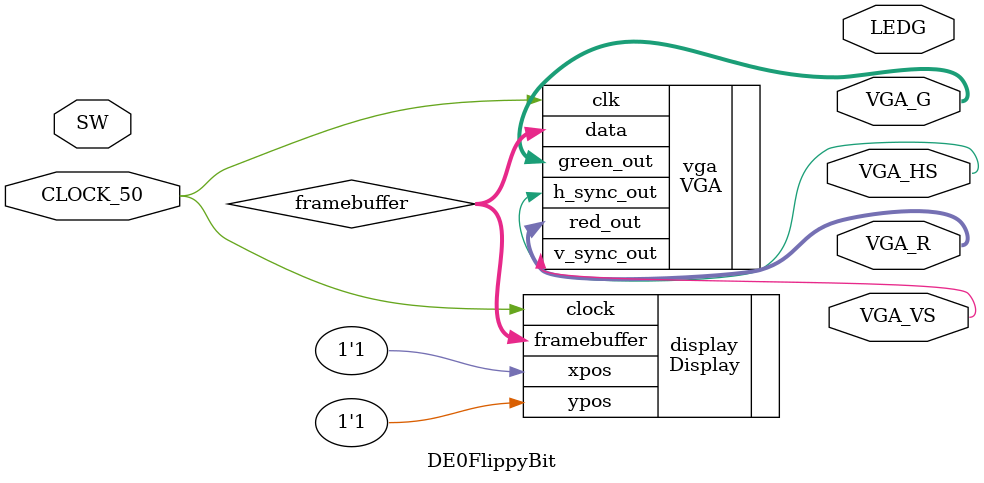
<source format=v>
module DE0FlippyBit(CLOCK_50, SW, VGA_R, VGA_G, VGA_HS, VGA_VS, LEDG);

    input CLOCK_50;
    input [9:0] SW;

    output [9:0] LEDG;
    output [3:0] VGA_R, VGA_G;
    output VGA_HS, VGA_VS;

    wire [1200:0] framebuffer;

    Display display (
        .clock(CLOCK_50),
        .xpos(1'b1),
        .ypos(1'b1),
        .framebuffer(framebuffer)
    );

    VGA vga (
        .clk(CLOCK_50),
        .data(framebuffer),
        .red_out(VGA_R),
        .green_out(VGA_G),
        .h_sync_out(VGA_HS),
        .v_sync_out(VGA_VS)
    );

endmodule



</source>
